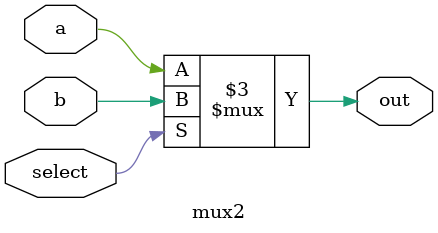
<source format=sv>
module mux2
 #(parameter width = 1)
  (input logic select,
  input logic  [width-1:0] a, b,
  output logic [width-1:0] out);
  
always_comb begin

  if(select)
    out = b;
  else
    out = a;

end
endmodule
</source>
